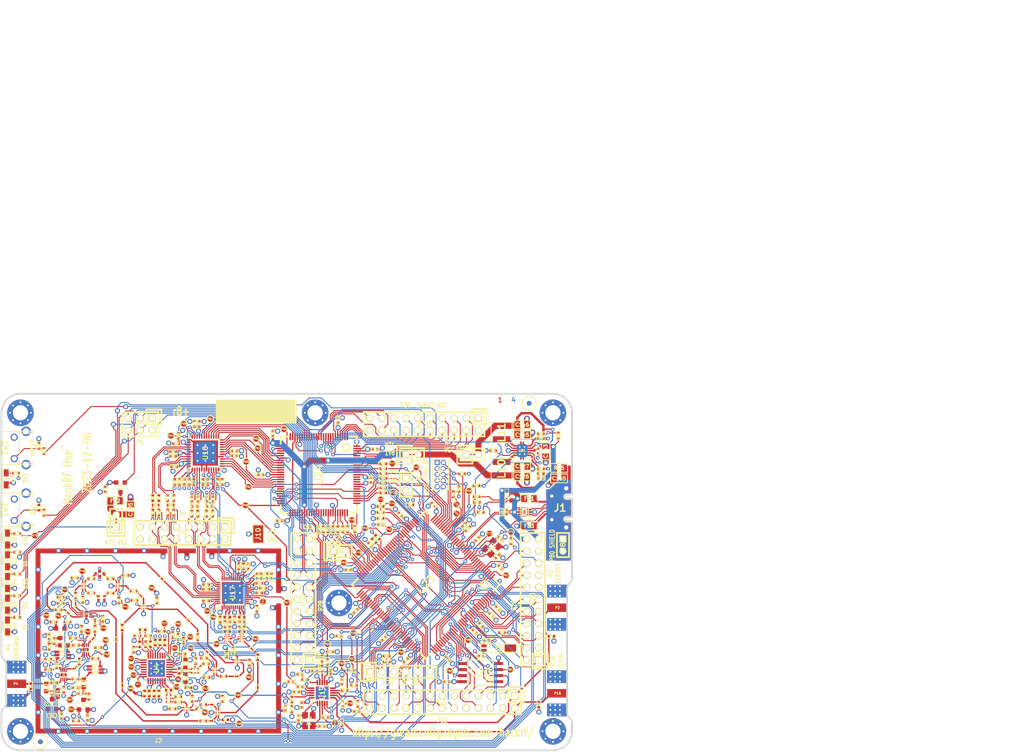
<source format=kicad_pcb>
(kicad_pcb (version 20211014) (generator pcbnew)

  (general
    (thickness 1.6116)
  )

  (paper "USLegal")
  (title_block
    (title "${TITLE}")
    (date "${DATE}")
    (rev "${VERSION}")
    (company "${COPYRIGHT}")
    (comment 1 "${LICENSE}")
  )

  (layers
    (0 "F.Cu" signal "C1F")
    (1 "In1.Cu" signal "C2")
    (2 "In2.Cu" signal "C3")
    (31 "B.Cu" signal "C4B")
    (32 "B.Adhes" user "B.Adhesive")
    (33 "F.Adhes" user "F.Adhesive")
    (34 "B.Paste" user)
    (35 "F.Paste" user)
    (36 "B.SilkS" user "B.Silkscreen")
    (37 "F.SilkS" user "F.Silkscreen")
    (38 "B.Mask" user)
    (39 "F.Mask" user)
    (41 "Cmts.User" user "User.Comments")
    (44 "Edge.Cuts" user)
    (45 "Margin" user)
    (46 "B.CrtYd" user "B.Courtyard")
    (47 "F.CrtYd" user "F.Courtyard")
    (49 "F.Fab" user)
  )

  (setup
    (stackup
      (layer "F.SilkS" (type "Top Silk Screen") (color "White"))
      (layer "F.Paste" (type "Top Solder Paste"))
      (layer "F.Mask" (type "Top Solder Mask") (color "Green") (thickness 0.0127) (material "LPI") (epsilon_r 3.8) (loss_tangent 0))
      (layer "F.Cu" (type "copper") (thickness 0.035))
      (layer "dielectric 1" (type "prepreg") (thickness 0.2104) (material "7628") (epsilon_r 4.6) (loss_tangent 0))
      (layer "In1.Cu" (type "copper") (thickness 0.0152))
      (layer "dielectric 2" (type "core") (thickness 1.065) (material "7628") (epsilon_r 4.6) (loss_tangent 0))
      (layer "In2.Cu" (type "copper") (thickness 0.0152))
      (layer "dielectric 3" (type "prepreg") (thickness 0.2104) (material "7628") (epsilon_r 4.6) (loss_tangent 0))
      (layer "B.Cu" (type "copper") (thickness 0.035))
      (layer "B.Mask" (type "Bottom Solder Mask") (color "Green") (thickness 0.0127) (material "LPI") (epsilon_r 3.8) (loss_tangent 0))
      (layer "B.Paste" (type "Bottom Solder Paste"))
      (layer "B.SilkS" (type "Bottom Silk Screen") (color "White"))
      (copper_finish "ENIG")
      (dielectric_constraints yes)
    )
    (pad_to_mask_clearance 0.05)
    (pad_to_paste_clearance_ratio -0.12)
    (pcbplotparams
      (layerselection 0x00010e8_ffffffff)
      (disableapertmacros false)
      (usegerberextensions true)
      (usegerberattributes false)
      (usegerberadvancedattributes true)
      (creategerberjobfile false)
      (svguseinch false)
      (svgprecision 6)
      (excludeedgelayer true)
      (plotframeref false)
      (viasonmask false)
      (mode 1)
      (useauxorigin false)
      (hpglpennumber 1)
      (hpglpenspeed 20)
      (hpglpendiameter 15.000000)
      (dxfpolygonmode true)
      (dxfimperialunits true)
      (dxfusepcbnewfont true)
      (psnegative false)
      (psa4output false)
      (plotreference false)
      (plotvalue false)
      (plotinvisibletext false)
      (sketchpadsonfab false)
      (subtractmaskfromsilk false)
      (outputformat 1)
      (mirror false)
      (drillshape 0)
      (scaleselection 1)
      (outputdirectory "gerbers")
    )
  )

  (property "COPYRIGHT" "Copyright 2012-2023 Great Scott Gadgets")
  (property "DATE" "2023-12-06")
  (property "LICENSE" "Licensed under the CERN-OHL-P v2")
  (property "TITLE" "HackRF One")
  (property "VERSION" "8+")

  (net 0 "")
  (net 1 "!MIX_BYPASS")
  (net 2 "!RX_AMP_PWR")
  (net 3 "!TX_AMP_PWR")
  (net 4 "!VAA_ENABLE")
  (net 5 "/baseband/CLK0")
  (net 6 "/baseband/CLK1")
  (net 7 "/baseband/CLK2")
  (net 8 "/baseband/CLK3")
  (net 9 "/baseband/CLK5")
  (net 10 "/baseband/COM")
  (net 11 "/baseband/CPOUT+")
  (net 12 "/baseband/CPOUT-")
  (net 13 "/baseband/IA+")
  (net 14 "/baseband/IA-")
  (net 15 "/baseband/ID+")
  (net 16 "/baseband/ID-")
  (net 17 "/baseband/INTR")
  (net 18 "/baseband/OEB")
  (net 19 "/baseband/QA+")
  (net 20 "/baseband/QA-")
  (net 21 "/baseband/QD+")
  (net 22 "/baseband/QD-")
  (net 23 "/baseband/REFN")
  (net 24 "/baseband/REFP")
  (net 25 "/baseband/RXBBI+")
  (net 26 "/baseband/RXBBI-")
  (net 27 "/baseband/RXBBQ+")
  (net 28 "/baseband/RXBBQ-")
  (net 29 "/baseband/TXBBI+")
  (net 30 "/baseband/TXBBI-")
  (net 31 "/baseband/TXBBQ+")
  (net 32 "/baseband/TXBBQ-")
  (net 33 "/baseband/XA")
  (net 34 "/baseband/XB")
  (net 35 "/baseband/XCVR_CLKOUT")
  (net 36 "/baseband/XTAL2")
  (net 37 "/frontend/!ANT_BIAS")
  (net 38 "/frontend/REF_IN")
  (net 39 "/frontend/RX_AMP_OUT")
  (net 40 "/frontend/TX_AMP_IN")
  (net 41 "/frontend/TX_AMP_OUT")
  (net 42 "/mcu/usb/power/ADC0_0")
  (net 43 "/mcu/usb/power/ADC0_2")
  (net 44 "/mcu/usb/power/ADC0_5")
  (net 45 "/mcu/usb/power/ADC0_6")
  (net 46 "/mcu/usb/power/B1AUX13")
  (net 47 "/mcu/usb/power/B1AUX14")
  (net 48 "/mcu/usb/power/B2AUX1")
  (net 49 "/mcu/usb/power/B2AUX10")
  (net 50 "/mcu/usb/power/B2AUX11")
  (net 51 "/mcu/usb/power/B2AUX12")
  (net 52 "/mcu/usb/power/B2AUX13")
  (net 53 "/mcu/usb/power/B2AUX14")
  (net 54 "/mcu/usb/power/B2AUX15")
  (net 55 "/mcu/usb/power/B2AUX16")
  (net 56 "/mcu/usb/power/B2AUX2")
  (net 57 "/mcu/usb/power/B2AUX3")
  (net 58 "/mcu/usb/power/B2AUX4")
  (net 59 "/mcu/usb/power/B2AUX5")
  (net 60 "/mcu/usb/power/B2AUX6")
  (net 61 "/mcu/usb/power/B2AUX7")
  (net 62 "/mcu/usb/power/B2AUX8")
  (net 63 "/mcu/usb/power/B2AUX9")
  (net 64 "/mcu/usb/power/BANK2F3M1")
  (net 65 "/mcu/usb/power/BANK2F3M10")
  (net 66 "/mcu/usb/power/BANK2F3M11")
  (net 67 "/mcu/usb/power/BANK2F3M12")
  (net 68 "/mcu/usb/power/BANK2F3M14")
  (net 69 "/mcu/usb/power/BANK2F3M15")
  (net 70 "/mcu/usb/power/BANK2F3M16")
  (net 71 "/mcu/usb/power/BANK2F3M2")
  (net 72 "/mcu/usb/power/BANK2F3M3")
  (net 73 "/mcu/usb/power/BANK2F3M4")
  (net 74 "/mcu/usb/power/BANK2F3M5")
  (net 75 "/mcu/usb/power/BANK2F3M6")
  (net 76 "/mcu/usb/power/BANK2F3M7")
  (net 77 "/mcu/usb/power/BANK2F3M8")
  (net 78 "/mcu/usb/power/BANK2F3M9")
  (net 79 "/mcu/usb/power/CPLD_TCK")
  (net 80 "/mcu/usb/power/CPLD_TDI")
  (net 81 "/mcu/usb/power/CPLD_TDO")
  (net 82 "/mcu/usb/power/CPLD_TMS")
  (net 83 "/mcu/usb/power/DBGEN")
  (net 84 "/mcu/usb/power/DM")
  (net 85 "/mcu/usb/power/DP")
  (net 86 "/mcu/usb/power/EN1V8")
  (net 87 "/mcu/usb/power/GCK0")
  (net 88 "/mcu/usb/power/GPIO3_10")
  (net 89 "/mcu/usb/power/GPIO3_11")
  (net 90 "/mcu/usb/power/GPIO3_12")
  (net 91 "/mcu/usb/power/GPIO3_13")
  (net 92 "/mcu/usb/power/GPIO3_14")
  (net 93 "/mcu/usb/power/GPIO3_15")
  (net 94 "/mcu/usb/power/GPIO3_8")
  (net 95 "/mcu/usb/power/GPIO3_9")
  (net 96 "/mcu/usb/power/GP_CLKIN")
  (net 97 "/mcu/usb/power/I2C1_SCL")
  (net 98 "/mcu/usb/power/I2C1_SDA")
  (net 99 "/mcu/usb/power/I2S0_RX_MCLK")
  (net 100 "/mcu/usb/power/I2S0_RX_SCK")
  (net 101 "/mcu/usb/power/I2S0_RX_SDA")
  (net 102 "/mcu/usb/power/I2S0_RX_WS")
  (net 103 "/mcu/usb/power/I2S0_TX_MCLK")
  (net 104 "/mcu/usb/power/I2S0_TX_SCK")
  (net 105 "/mcu/usb/power/ISP")
  (net 106 "/mcu/usb/power/LED1")
  (net 107 "/mcu/usb/power/LED2")
  (net 108 "/mcu/usb/power/LED3")
  (net 109 "/mcu/usb/power/P1_1")
  (net 110 "/mcu/usb/power/P1_2")
  (net 111 "/mcu/usb/power/P2_13")
  (net 112 "/mcu/usb/power/P2_8")
  (net 113 "/mcu/usb/power/P2_9")
  (net 114 "/mcu/usb/power/REG_OUT1")
  (net 115 "/mcu/usb/power/REG_OUT2")
  (net 116 "/mcu/usb/power/RESET")
  (net 117 "/mcu/usb/power/RREF")
  (net 118 "/mcu/usb/power/RTCX1")
  (net 119 "/mcu/usb/power/RTCX2")
  (net 120 "/mcu/usb/power/RTC_ALARM")
  (net 121 "/mcu/usb/power/SD_CD")
  (net 122 "/mcu/usb/power/SD_CLK")
  (net 123 "/mcu/usb/power/SD_CMD")
  (net 124 "/mcu/usb/power/SD_DAT0")
  (net 125 "/mcu/usb/power/SD_DAT1")
  (net 126 "/mcu/usb/power/SD_DAT2")
  (net 127 "/mcu/usb/power/SD_DAT3")
  (net 128 "/mcu/usb/power/SD_POW")
  (net 129 "/mcu/usb/power/SD_VOLT0")
  (net 130 "/mcu/usb/power/SGPIO0")
  (net 131 "/mcu/usb/power/SGPIO1")
  (net 132 "/mcu/usb/power/SGPIO10")
  (net 133 "/mcu/usb/power/SGPIO11")
  (net 134 "/mcu/usb/power/SGPIO12")
  (net 135 "/mcu/usb/power/SGPIO13")
  (net 136 "/mcu/usb/power/SGPIO14")
  (net 137 "/mcu/usb/power/SGPIO15")
  (net 138 "/mcu/usb/power/SGPIO2")
  (net 139 "/mcu/usb/power/SGPIO3")
  (net 140 "/mcu/usb/power/SGPIO4")
  (net 141 "/mcu/usb/power/SGPIO5")
  (net 142 "/mcu/usb/power/SGPIO6")
  (net 143 "/mcu/usb/power/SGPIO7")
  (net 144 "/mcu/usb/power/SGPIO9")
  (net 145 "/mcu/usb/power/SPIFI_CS")
  (net 146 "/mcu/usb/power/SPIFI_CIPO")
  (net 147 "/mcu/usb/power/SPIFI_COPI")
  (net 148 "/mcu/usb/power/SPIFI_SCK")
  (net 149 "/mcu/usb/power/SPIFI_SIO2")
  (net 150 "/mcu/usb/power/SPIFI_SIO3")
  (net 151 "/mcu/usb/power/TCK")
  (net 152 "/mcu/usb/power/TDI")
  (net 153 "/mcu/usb/power/TDO")
  (net 154 "/mcu/usb/power/TMS")
  (net 155 "/mcu/usb/power/U0_RXD")
  (net 156 "/mcu/usb/power/U0_TXD")
  (net 157 "/mcu/usb/power/USB_SHIELD")
  (net 158 "/mcu/usb/power/VBAT")
  (net 159 "/mcu/usb/power/VBUS")
  (net 160 "/mcu/usb/power/VBUSCTRL")
  (net 161 "/mcu/usb/power/VIN")
  (net 162 "/mcu/usb/power/VREGMODE")
  (net 163 "/mcu/usb/power/WAKEUP")
  (net 164 "/mcu/usb/power/XTAL1")
  (net 165 "/mcu/usb/power/XTAL2")
  (net 166 "AMP_BYPASS")
  (net 167 "CLK6")
  (net 168 "CLKIN")
  (net 169 "CLKOUT")
  (net 170 "CS_AD")
  (net 171 "CS_XCVR")
  (net 172 "DA0")
  (net 173 "DA1")
  (net 174 "DA2")
  (net 175 "DA3")
  (net 176 "DA4")
  (net 177 "DA5")
  (net 178 "DA6")
  (net 179 "DA7")
  (net 180 "DD0")
  (net 181 "DD1")
  (net 182 "DD2")
  (net 183 "DD3")
  (net 184 "DD4")
  (net 185 "DD5")
  (net 186 "DD6")
  (net 187 "DD7")
  (net 188 "DD8")
  (net 189 "DD9")
  (net 190 "GCK1")
  (net 191 "GCK2")
  (net 192 "GND")
  (net 193 "HP")
  (net 194 "LP")
  (net 195 "MCU_CLK")
  (net 196 "MIXER_ENX")
  (net 197 "MIXER_RESETX")
  (net 198 "MIXER_SCLK")
  (net 199 "MIXER_SDATA")
  (net 200 "MIX_BYPASS")
  (net 201 "MIX_CLK")
  (net 202 "RSSI")
  (net 203 "RX")
  (net 204 "RXENABLE")
  (net 205 "RX_AMP")
  (net 206 "RX_IF")
  (net 207 "RX_MIX_BP")
  (net 208 "SCL")
  (net 209 "SDA")
  (net 210 "SGPIO_CLK")
  (net 211 "SSP1_CIPO")
  (net 212 "SSP1_COPI")
  (net 213 "SSP1_SCK")
  (net 214 "TXENABLE")
  (net 215 "TX_AMP")
  (net 216 "TX_IF")
  (net 217 "TX_MIX_BP")
  (net 218 "VAA")
  (net 219 "VCC")
  (net 220 "XCVR_EN")
  (net 221 "Net-(C8-Pad2)")
  (net 222 "Net-(C9-Pad2)")
  (net 223 "Net-(C9-Pad1)")
  (net 224 "Net-(C12-Pad1)")
  (net 225 "Net-(C13-Pad1)")
  (net 226 "Net-(C14-Pad2)")
  (net 227 "Net-(C14-Pad1)")
  (net 228 "Net-(C15-Pad2)")
  (net 229 "Net-(C17-Pad2)")
  (net 230 "Net-(C17-Pad1)")
  (net 231 "Net-(C18-Pad2)")
  (net 232 "Net-(C18-Pad1)")
  (net 233 "Net-(C20-Pad2)")
  (net 234 "Net-(C20-Pad1)")
  (net 235 "Net-(C21-Pad2)")
  (net 236 "Net-(C21-Pad1)")
  (net 237 "Net-(C23-Pad2)")
  (net 238 "Net-(C23-Pad1)")
  (net 239 "Net-(C25-Pad1)")
  (net 240 "Net-(C26-Pad2)")
  (net 241 "Net-(C26-Pad1)")
  (net 242 "Net-(C27-Pad2)")
  (net 243 "Net-(C27-Pad1)")
  (net 244 "Net-(C28-Pad2)")
  (net 245 "Net-(C28-Pad1)")
  (net 246 "Net-(C31-Pad2)")
  (net 247 "Net-(C31-Pad1)")
  (net 248 "Net-(C32-Pad2)")
  (net 249 "Net-(C32-Pad1)")
  (net 250 "Net-(C43-Pad2)")
  (net 251 "Net-(C43-Pad1)")
  (net 252 "Net-(C44-Pad2)")
  (net 253 "Net-(C44-Pad1)")
  (net 254 "Net-(C46-Pad2)")
  (net 255 "Net-(C46-Pad1)")
  (net 256 "Net-(C48-Pad1)")
  (net 257 "Net-(C49-Pad2)")
  (net 258 "Net-(C50-Pad1)")
  (net 259 "Net-(C51-Pad2)")
  (net 260 "Net-(C51-Pad1)")
  (net 261 "Net-(C163-Pad2)")
  (net 262 "Net-(C58-Pad2)")
  (net 263 "Net-(C59-Pad2)")
  (net 264 "Net-(C61-Pad2)")
  (net 265 "Net-(C61-Pad1)")
  (net 266 "Net-(C62-Pad2)")
  (net 267 "Net-(C64-Pad2)")
  (net 268 "Net-(C64-Pad1)")
  (net 269 "Net-(C99-Pad2)")
  (net 270 "Net-(C99-Pad1)")
  (net 271 "Net-(C102-Pad2)")
  (net 272 "Net-(C102-Pad1)")
  (net 273 "Net-(C104-Pad2)")
  (net 274 "Net-(C104-Pad1)")
  (net 275 "Net-(C105-Pad1)")
  (net 276 "Net-(C106-Pad1)")
  (net 277 "Net-(C111-Pad2)")
  (net 278 "Net-(C111-Pad1)")
  (net 279 "Net-(C114-Pad2)")
  (net 280 "Net-(C114-Pad1)")
  (net 281 "Net-(C125-Pad2)")
  (net 282 "Net-(C160-Pad1)")
  (net 283 "Net-(D2-Pad2)")
  (net 284 "Net-(D4-Pad2)")
  (net 285 "Net-(D5-Pad2)")
  (net 286 "Net-(D6-Pad2)")
  (net 287 "Net-(D7-Pad2)")
  (net 288 "Net-(D8-Pad2)")
  (net 289 "Net-(FB1-Pad1)")
  (net 290 "Net-(FB2-Pad1)")
  (net 291 "Net-(FB3-Pad1)")
  (net 292 "Net-(J1-Pad4)")
  (net 293 "Net-(J1-Pad3)")
  (net 294 "Net-(J1-Pad2)")
  (net 295 "Net-(L1-Pad2)")
  (net 296 "Net-(L1-Pad1)")
  (net 297 "Net-(L2-Pad1)")
  (net 298 "Net-(L3-Pad1)")
  (net 299 "Net-(L10-Pad1)")
  (net 300 "Net-(L11-Pad2)")
  (net 301 "Net-(D10-Pad1)")
  (net 302 "Net-(P6-Pad1)")
  (net 303 "Net-(P7-Pad1)")
  (net 304 "Net-(P17-Pad1)")
  (net 305 "Net-(P19-Pad1)")
  (net 306 "Net-(P24-Pad1)")
  (net 307 "Net-(R4-Pad2)")
  (net 308 "Net-(R30-Pad2)")
  (net 309 "Net-(R19-Pad2)")
  (net 310 "Net-(R51-Pad1)")
  (net 311 "Net-(R52-Pad2)")
  (net 312 "Net-(R55-Pad2)")
  (net 313 "Net-(R62-Pad1)")
  (net 314 "/frontend/RX_AMP_IN")
  (net 315 "+1V8")
  (net 316 "unconnected-(P25-Pad3)")
  (net 317 "unconnected-(P26-Pad7)")
  (net 318 "unconnected-(U4-Pad1)")
  (net 319 "unconnected-(U4-Pad2)")
  (net 320 "unconnected-(U4-Pad3)")
  (net 321 "unconnected-(U4-Pad11)")
  (net 322 "unconnected-(U4-Pad13)")
  (net 323 "unconnected-(U4-Pad14)")
  (net 324 "unconnected-(U4-Pad17)")
  (net 325 "unconnected-(U4-Pad18)")
  (net 326 "unconnected-(U4-Pad20)")
  (net 327 "unconnected-(U4-Pad21)")
  (net 328 "unconnected-(U9-Pad2)")
  (net 329 "unconnected-(U12-Pad2)")
  (net 330 "unconnected-(U14-Pad2)")
  (net 331 "unconnected-(U15-Pad4)")
  (net 332 "unconnected-(U15-Pad6)")
  (net 333 "unconnected-(U17-Pad3)")
  (net 334 "unconnected-(U17-Pad6)")
  (net 335 "unconnected-(U17-Pad8)")
  (net 336 "unconnected-(U17-Pad9)")
  (net 337 "unconnected-(U17-Pad12)")
  (net 338 "unconnected-(U17-Pad14)")
  (net 339 "unconnected-(U17-Pad18)")
  (net 340 "unconnected-(U17-Pad33)")
  (net 341 "unconnected-(U17-Pad34)")
  (net 342 "unconnected-(U17-Pad40)")
  (net 343 "unconnected-(U18-Pad38)")
  (net 344 "unconnected-(U23-Pad85)")
  (net 345 "unconnected-(U23-Pad89)")
  (net 346 "unconnected-(U23-Pad90)")
  (net 347 "unconnected-(U24-Pad14)")
  (net 348 "unconnected-(U24-Pad15)")
  (net 349 "unconnected-(U24-Pad16)")
  (net 350 "unconnected-(U24-Pad20)")
  (net 351 "unconnected-(U24-Pad25)")
  (net 352 "unconnected-(U24-Pad44)")
  (net 353 "unconnected-(U24-Pad46)")
  (net 354 "unconnected-(U24-Pad49)")
  (net 355 "unconnected-(U24-Pad50)")
  (net 356 "unconnected-(U24-Pad52)")
  (net 357 "unconnected-(U24-Pad53)")
  (net 358 "unconnected-(U24-Pad54)")
  (net 359 "unconnected-(U24-Pad58)")
  (net 360 "unconnected-(U24-Pad59)")
  (net 361 "unconnected-(U24-Pad60)")
  (net 362 "unconnected-(U24-Pad63)")
  (net 363 "unconnected-(U24-Pad65)")
  (net 364 "unconnected-(U24-Pad66)")
  (net 365 "unconnected-(U24-Pad68)")
  (net 366 "unconnected-(U24-Pad73)")
  (net 367 "unconnected-(U24-Pad75)")
  (net 368 "unconnected-(U24-Pad80)")
  (net 369 "unconnected-(U24-Pad82)")
  (net 370 "unconnected-(U24-Pad85)")
  (net 371 "unconnected-(U24-Pad86)")
  (net 372 "unconnected-(U24-Pad87)")
  (net 373 "unconnected-(U24-Pad93)")
  (net 374 "unconnected-(U24-Pad95)")
  (net 375 "unconnected-(U24-Pad96)")
  (net 376 "Net-(D10-Pad2)")
  (net 377 "Net-(Q1-Pad3)")
  (net 378 "Net-(Q2-Pad3)")

  (footprint "gsg-modules:LTST-S220" (layer "F.Cu") (at 61.27 148.838 -90))

  (footprint "gsg-modules:LTST-S220" (layer "F.Cu") (at 61.27 139.694 -90))

  (footprint "gsg-modules:LTST-S220" (layer "F.Cu") (at 61.27 130.55 -90))

  (footprint "gsg-modules:LTST-S220" (layer "F.Cu") (at 61.27 144.266 -90))

  (footprint "gsg-modules:LTST-S220" (layer "F.Cu") (at 61.27 135.122 -90))

  (footprint "GSG-TESTPOINT-30MIL-MASKONLY" (layer "F.Cu") (at 89.31402 142.49908))

  (footprint "GSG-TESTPOINT-30MIL-MASKONLY" (layer "F.Cu") (at 84.1046 151.6574))

  (footprint "GSG-TESTPOINT-30MIL-MASKONLY" (layer "F.Cu") (at 75.57516 144.21358))

  (footprint "GSG-TESTPOINT-30MIL-MASKONLY" (layer "F.Cu") (at 74.0537 146.1516))

  (footprint "GSG-TESTPOINT-30MIL-MASKONLY" (layer "F.Cu") (at 93.782 138.932))

  (footprint "GSG-TESTPOINT-30MIL-MASKONLY" (layer "F.Cu") (at 85.4 161.3602))

  (footprint "GSG-TESTPOINT-30MIL-MASKONLY" (layer "F.Cu") (at 75.33894 157.8483))

  (footprint "GSG-TESTPOINT-30MIL-MASKONLY" (layer "F.Cu") (at 79.28 151.506))

  (footprint "GSG-TESTPOINT-30MIL-MASKONLY" (layer "F.Cu") (at 113.919 161.74974))

  (footprint "GSG-TESTPOINT-30MIL-MASKONLY" (layer "F.Cu") (at 104.11206 168.79824))

  (footprint "GSG-TESTPOINT-30MIL-MASKONLY" (layer "F.Cu") (at 104.25176 165.37432))

  (footprint "GSG-TESTPOINT-30MIL-MASKONLY" (layer "F.Cu") (at 101.0158 166.26332))

  (footprint "GSG-TESTPOINT-30MIL-MASKONLY" (layer "F.Cu") (at 79.6671 147.71116))

  (footprint "GSG-TESTPOINT-30MIL-MASKONLY" (layer "F.Cu") (at 109.47654 159.42564))

  (footprint "GSG-TESTPOINT-30MIL-MASKONLY" (layer "F.Cu") (at 99.36226 147.6883))

  (footprint "GSG-TESTPOINT-30MIL-MASKONLY" (layer "F.Cu") (at 103.23068 154.2796))

  (footprint "GSG-TESTPOINT-30MIL-MASKONLY" (layer "F.Cu") (at 112.71504 153.71064))

  (footprint "gsg-modules:LTST-S220" (layer "F.Cu") (at 61 117.9 -90))

  (footprint "GSG-MARK1MM" (layer "F.Cu") (at 171 102))

  (footprint "hackrf:GSG-0402" (layer "F.Cu") (at 91.0964 163.0468 -90))

  (footprint "hackrf:GSG-0402" (layer "F.Cu") (at 90.0804 163.0468 -90))

  (footprint "hackrf:GSG-0402" (layer "F.Cu") (at 93.1284 163.0468 -90))

  (footprint "hackrf:GSG-0402" (layer "F.Cu") (at 92.1124 163.0468 -90))

  (footprint "hackrf:GSG-0402" (layer "F.Cu") (at 92.341 152.328 90))

  (footprint "hackrf:GSG-0402" (layer "F.Cu") (at 93.357 152.328 90))

  (footprint "hackrf:GSG-0402" (layer "F.Cu") (at 107.084 168.5762 180))

  (footprint "hackrf:GSG-0402" (layer "F.Cu") (at 113.919 155.448 -90))

  (footprint "hackrf:GSG-0402" (layer "F.Cu") (at 85.4 149.1682 90))

  (footprint "hackrf:GSG-0402" (layer "F.Cu") (at 87.9808 143.4816))

  (footprint "hackrf:GSG-0402" (layer "F.Cu") (at 84.7138 143.4622 90))

  (footprint "hackrf:GSG-0402" (layer "F.Cu") (at 87.7944 153.8266 -90))

  (footprint "hackrf:GSG-0402" (layer "F.Cu") (at 88.5564 150.9056 180))

  (footprint "hackrf:GSG-0402" (layer "F.Cu") (at 90.3344 152.6836 90))

  (footprint "hackrf:GSG-0402" (layer "F.Cu") (at 90.8424 150.9056))

  (footprint "hackrf:GSG-0402" (layer "F.Cu") (at 106.4998 164.1566 90))

  (footprint "hackrf:GSG-0402" (layer "F.Cu") (at 82.9358 141.9382))

  (footprint "hackrf:GSG-0402" (layer "F.Cu") (at 78.8718 141.9382))

  (footprint "hackrf:GSG-0402" (layer "F.Cu") (at 77.0938 143.3352 90))

  (footprint "hackrf:GSG-0402" (layer "F.Cu") (at 87.8078 141.5288))

  (footprint "hackrf:GSG-0402" (layer "F.Cu") (at 102.4382 165.3794 180))

  (footprint "hackrf:GSG-0402" (layer "F.Cu") (at 95.9732 166.2726))

  (footprint "hackrf:GSG-0402" (layer "F.Cu") (at 101.2698 151.1808 90))

  (footprint "hackrf:GSG-0402" (layer "F.Cu") (at 92.6798 143.4816 -90))

  (footprint "hackrf:GSG-0402" (layer "F.Cu") (at 97.1924 163.7326))

  (footprint "hackrf:GSG-0402" (layer "F.Cu") (at 78.8718 138.8902 180))

  (footprint "hackrf:GSG-0402" (layer "F.Cu") (at 82.9358 138.8902))

  (footprint "hackrf:GSG-0402" (layer "F.Cu") (at 97.1924 164.8756))

  (footprint "hackrf:GSG-0402" (layer "F.Cu") (at 75.4174 138.7124 180))

  (footprint "hackrf:GSG-0402" (layer "F.Cu") (at 86.1 138.2))

  (footprint "hackrf:GSG-0402" (layer "F.Cu") (at 75.5952 142.4462 90))

  (footprint "hackrf:GSG-0402" (layer "F.Cu") (at 102.4382 168.8084 180))

  (footprint "hackrf:GSG-0402" (layer "F.Cu") (at 100.1134 164.139 90))

  (footprint "hackrf:GSG-0402" (layer "F.Cu") (at 98.31 151.9216 90))

  (footprint "hackrf:GSG-0402" (layer "F.Cu") (at 97.167 151.1596 90))

  (footprint "hackrf:GSG-0402" (layer "F.Cu") (at 96.024 150.7786 90))

  (footprint "hackrf:GSG-0402" (layer "F.Cu") (at 93.738 149.915 180))

  (footprint "hackrf:GSG-0402" (layer "F.Cu") (at 72.4456 142.8272))

  (footprint "hackrf:GSG-0402" (layer "F.Cu") (at 81.3054 147.3454 90))

  (footprint "hackrf:GSG-0402" (layer "F.Cu") (at 72.4456 144.0718))

  (footprint "hackrf:GSG-0402" (layer "F.Cu") (at 99.326 161.8276))

  (footprint "hackrf:GSG-0402" (layer "F.Cu") (at 98.056 154.7156 180))

  (footprint "hackrf:GSG-0402" (layer "F.Cu") (at 72.009 145.415 180))

  (footprint "hackrf:GSG-0402" (layer "F.Cu") (at 79.6798 149.4282 90))

  (footprint "hackrf:GSG-0402" (layer "F.Cu") (at 102.5906 155.6512))

  (footprint "hackrf:GSG-0402" (layer "F.Cu") (at 103.0478 156.7942 180))

  (footprint "hackrf:GSG-0402" (layer "F.Cu") (at 112.1664 156.5656 90))

  (footprint "hackrf:GSG-0402" (layer "F.Cu") (at 108.7374 154.0002 90))

  (footprint "hackrf:GSG-0402" (layer "F.Cu") (at 100.85 156.2396 -90))

  (footprint "hackrf:GSG-0402" (layer "F.Cu") (at 75.678 152.92))

  (footprint "hackrf:GSG-0402" (layer "F.Cu") (at 106.7414 159.434 180))

  (footprint "hackrf:GSG-0402" (layer "F.Cu") (at 70 153.2 -90))

  (footprint "hackrf:GSG-0402" (layer "F.Cu") (at 70.9474 147.9998 180))

  (footprint "hackrf:GSG-0402" (layer "F.Cu") (at 103.124 159.6644 180))

  (footprint "hackrf:GSG-0402" (layer "F.Cu") (at 80.377 153.428))

  (footprint "hackrf:GSG-0402" (layer "F.Cu") (at 107.3912 154.8638 90))

  (footprint "hackrf:GSG-0402" (layer "F.Cu") (at 76.835 149.4282 90))

  (footprint "hackrf:GSG-0402" (layer "F.Cu") (at 71.614 157.111 90))

  (footprint "hackrf:GSG-0402" (layer "F.Cu") (at 79.742 155.714))

  (footprint "hackrf:GSG-0402" (layer "F.Cu") (at 75.043 151.396))

  (footprint "hackrf:GSG-0402" (layer "F.Cu") (at 76.3638 156.3236 90))

  (footprint "hackrf:GSG-0402" (layer "F.Cu") (at 75.551 160.032))

  (footprint "hackrf:GSG-0402" (layer "F.Cu") (at 73.0872 162.2418 -90))

  (footprint "hackrf:GSG-0402" (layer "F.Cu") (at 71.13 160.81 180))

  (footprint "hackrf:GSG-0402" (layer "F.Cu") (at 69.836 158))

  (footprint "hackrf:GSG-0402" (layer "F.Cu") (at 69.836 155.841))

  (footprint "hackrf:GSG-0402" (layer "F.Cu") (at 121.0802 164.2964 -90))

  (footprint "hackrf:GSG-0402" (layer "F.Cu") (at 127.4624 155.7214 90))

  (footprint "hackrf:GSG-0402" (layer "F.Cu") (at 129.088 154.2736))

  (footprint "hackrf:GSG-0402" (layer "F.Cu") (at 121.0802 166.3284 -90))

  (footprint "hackrf:GSG-0402" (layer "F.Cu") (at 100.4824 118.5578 -90))

  (footprint "hackrf:GSG-0402" (layer "F.Cu") (at 99.4664 118.5578 -90))

  (footprint "hackrf:GSG-0402" (layer "F.Cu") (at 103.4034 118.5578 -90))

  (footprint "hackrf:GSG-0402" (layer "F.Cu") (at 102.3874 118.5578 -90))

  (footprint "hackrf:GSG-0402" (layer "F.Cu") (at 105.4354 118.5578 -90))

  (footprint "hackrf:GSG-0402" (layer "F.Cu") (at 106.4514 118.5578 -90))

  (footprint "hackrf:GSG-0402" (layer "F.Cu") (at 101.6254 106.3658 90))

  (footprint "hackrf:GSG-0402" (layer "F.Cu") (at 100.6094 106.3658 90))

  (footprint "hackrf:GSG-0402" (layer "F.Cu") (at 96.7359 110.4933 180))

  (footprint "hackrf:GSG-0402" (layer "F.Cu")
    (tedit 4FB6CFE4) (tstamp 00000000-0000-0000-0000-00005787e27a)
    (at 97.2439 108.8423 90)
    (property "Description" "CAP CER 2.2UF 10V 20% X5R 0402")
    (property "Manufacturer" "Taiyo Yuden")
    (property "Part Number" "LMK105BJ225MV-F")
    (property "Sheetfile" "baseband.kic
... [4421295 chars truncated]
</source>
